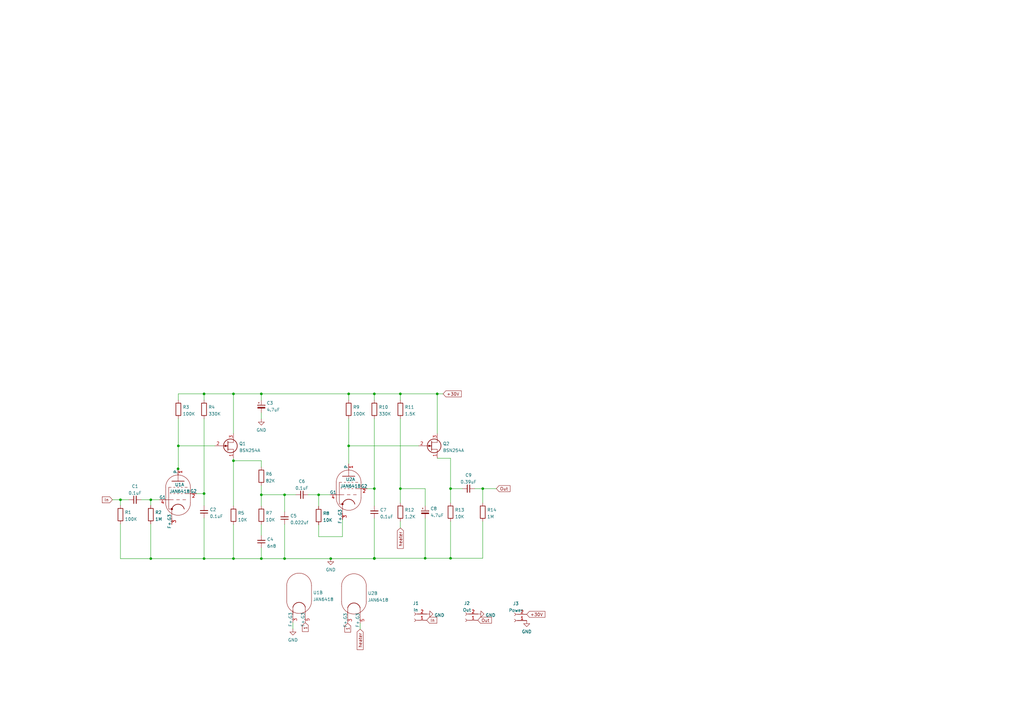
<source format=kicad_sch>
(kicad_sch (version 20211123) (generator eeschema)
  (paper "A3")
  (lib_symbols
    (symbol "Connector:Conn_01x02_Female" (pin_names (offset 1.016) hide)
      (property "Reference" "J" (at 0 2.54 0))
      (property "Value" "Conn_01x02_Female" (at 0 -5.08 0))
      (symbol "Conn_01x02_Female_1_1"
        (arc (start 0 -2.032) (mid -0.508 -2.54) (end 0 -3.048) (stroke (width 0.1524)))
        (polyline (pts (xy -1.27 -2.54) (xy -0.508 -2.54)) (stroke (width 0.1524)))
        (polyline (pts (xy -1.27 0) (xy -0.508 0)) (stroke (width 0.1524)))
        (arc (start 0 0.508) (mid -0.508 0) (end 0 -0.508) (stroke (width 0.1524)))
        (pin passive line (at -5.08 0 0) (length 3.81) (name "Pin_1") (number "1"))
        (pin passive line (at -5.08 -2.54 0) (length 3.81) (name "Pin_2") (number "2"))
      )
    )
    (symbol "Device:C_Polarized_Small" (pin_numbers hide) (pin_names (offset 0.254) hide)
      (property "Reference" "C" (at 0.254 1.778 0))
      (property "Value" "C_Polarized_Small" (at 0.254 -2.032 0))
      (symbol "C_Polarized_Small_0_1"
        (rectangle (start -1.524 -0.3048) (end 1.524 -0.6858) (fill (type outline)))
        (rectangle (start -1.524 0.6858) (end 1.524 0.3048))
        (polyline (pts (xy -1.27 1.524) (xy -0.762 1.524)))
        (polyline (pts (xy -1.016 1.27) (xy -1.016 1.778)))
      )
      (symbol "C_Polarized_Small_1_1"
        (pin passive line (at 0 2.54 270) (length 1.8542) (name "~") (number "1"))
        (pin passive line (at 0 -2.54 90) (length 1.8542) (name "~") (number "2"))
      )
    )
    (symbol "Device:C_Small" (pin_numbers hide) (pin_names (offset 0.254) hide)
      (property "Reference" "C" (at 0.254 1.778 0))
      (property "Value" "C_Small" (at 0.254 -2.032 0))
      (symbol "C_Small_0_1"
        (polyline (pts (xy -1.524 -0.508) (xy 1.524 -0.508)) (stroke (width 0.3302)))
        (polyline (pts (xy -1.524 0.508) (xy 1.524 0.508)) (stroke (width 0.3048)))
      )
      (symbol "C_Small_1_1"
        (pin passive line (at 0 2.54 270) (length 2.032) (name "~") (number "1"))
        (pin passive line (at 0 -2.54 90) (length 2.032) (name "~") (number "2"))
      )
    )
    (symbol "Device:R" (pin_numbers hide) (pin_names (offset 0))
      (property "Reference" "R" (at 2.032 0 90))
      (property "Value" "R" (at 0 0 90))
      (symbol "R_0_1"
        (rectangle (start -1.016 -2.54) (end 1.016 2.54) (stroke (width 0.254)))
      )
      (symbol "R_1_1"
        (pin passive line (at 0 3.81 270) (length 1.27) (name "~") (number "1"))
        (pin passive line (at 0 -3.81 90) (length 1.27) (name "~") (number "2"))
      )
    )
    (symbol "Transistor_FET:BF244B" (pin_names hide)
      (property "Reference" "Q" (at 5.08 1.905 0))
      (property "Value" "BF244B" (at 5.08 0 0))
      (symbol "BF244B_0_1"
        (polyline (pts (xy 0.254 0) (xy -2.54 0)))
        (polyline (pts (xy 0.254 1.905) (xy 0.254 -1.905)) (stroke (width 0.254)))
        (polyline (pts (xy 2.54 -2.54) (xy 2.54 -1.397) (xy 0.254 -1.397)))
        (polyline (pts (xy 2.54 2.54) (xy 2.54 1.397) (xy 0.254 1.397)))
        (polyline (pts (xy 0 0) (xy -1.016 0.381) (xy -1.016 -0.381) (xy 0 0)) (fill (type outline)))
        (circle (center 1.27 0) (radius 2.8194) (stroke (width 0.254)))
      )
      (symbol "BF244B_1_1"
        (pin passive line (at 2.54 5.08 270) (length 2.54) (name "D") (number "1"))
        (pin input line (at -5.08 0 0) (length 2.54) (name "G") (number "2"))
        (pin passive line (at 2.54 -5.08 90) (length 2.54) (name "S") (number "3"))
      )
    )
    (symbol "Valve:JAN6418" (pin_names (offset 0))
      (property "Reference" "U" (at 6.096 10.16 0))
      (property "Value" "JAN6418" (at 8.128 8.382 0))
      (symbol "JAN6418_0_1"
        (arc (start -5.08 -1.27) (mid 0 -6.35) (end 5.08 -1.27))
        (polyline (pts (xy -2.54 -7.62) (xy -2.54 -3.81)))
        (polyline (pts (xy -5.08 5.08) (xy -5.08 -1.27) (xy -5.08 -1.27)))
        (polyline (pts (xy 5.08 -1.27) (xy 5.08 5.08) (xy 5.08 5.08)))
        (arc (start 2.54 -3.81) (mid 0 -1.8268) (end -2.54 -3.81) (stroke (width 0.254)))
        (arc (start 5.08 5.08) (mid 0 10.16) (end -5.08 5.08))
        (pin power_in line (at -2.54 -10.16 90) (length 2.54) (name "F+,G3") (number "3"))
      )
      (symbol "JAN6418_1_0"
        (polyline (pts (xy -5.08 0) (xy -3.175 0)))
        (polyline (pts (xy -0.635 0) (xy 0.635 0)) (stroke (width 0.1524)))
        (polyline (pts (xy 0 7.62) (xy 0 10.16)))
        (polyline (pts (xy 1.905 0) (xy 3.175 0)) (stroke (width 0.1524)))
        (polyline (pts (xy 3.175 2.54) (xy 5.08 2.54)))
      )
      (symbol "JAN6418_1_1"
        (circle (center -2.54 -3.81) (radius 0.3556) (fill (type outline)))
        (polyline (pts (xy -3.81 5.08) (xy -2.794 5.08)) (stroke (width 0.1524)))
        (polyline (pts (xy -3.175 2.54) (xy -2.794 2.54)) (stroke (width 0.1524)))
        (polyline (pts (xy -1.905 0) (xy -3.175 0)) (stroke (width 0.1524)))
        (polyline (pts (xy -1.8542 2.54) (xy -1.2192 2.54)) (stroke (width 0.1524)))
        (polyline (pts (xy -1.8542 5.08) (xy -1.2192 5.08)) (stroke (width 0.1524)))
        (polyline (pts (xy -0.3302 2.54) (xy 0.3302 2.54)) (stroke (width 0.1524)))
        (polyline (pts (xy -0.3302 5.08) (xy 0.3302 5.08)) (stroke (width 0.1524)))
        (polyline (pts (xy 1.2192 2.54) (xy 1.8542 2.54)) (stroke (width 0.1524)))
        (polyline (pts (xy 1.2192 5.08) (xy 1.8542 5.08)) (stroke (width 0.1524)))
        (polyline (pts (xy 2.794 2.54) (xy 3.175 2.54)) (stroke (width 0.1524)))
        (polyline (pts (xy 3.81 5.08) (xy 2.794 5.08)) (stroke (width 0.1524)))
        (polyline (pts (xy -3.81 5.08) (xy -3.81 -3.81) (xy -2.54 -3.81)))
        (polyline (pts (xy -2.54 7.62) (xy 2.54 7.62) (xy 2.54 7.62)) (stroke (width 0.254)))
        (pin output line (at 0 12.7 270) (length 2.54) (name "P") (number "1"))
        (pin input line (at 7.62 2.54 180) (length 2.54) (name "G2") (number "2"))
        (pin input line (at -7.62 0 0) (length 2.54) (name "G1") (number "4"))
      )
      (symbol "JAN6418_2_1"
        (polyline (pts (xy 2.54 -7.62) (xy 2.54 -3.81)))
        (polyline (pts (xy -2.54 -6.858) (xy -2.54 -5.08) (xy -2.54 -5.08)))
        (pin power_in line (at 2.54 -10.16 90) (length 2.54) (name "F+,G3") (number "5"))
      )
    )
    (symbol "power:GND" (power) (pin_names (offset 0))
      (property "Value" "GND" (at 0 -3.81 0))
      (symbol "GND_0_1"
        (polyline (pts (xy 0 0) (xy 0 -1.27) (xy 1.27 -1.27) (xy 0 -2.54) (xy -1.27 -1.27) (xy 0 -1.27)))
      )
      (symbol "GND_1_1"
        (pin power_in line (at 0 0 270) (length 0) hide (name "GND") (number "1"))
      )
    )
  )
  (junction (at 107.188 161.544))
  (junction (at 83.693 229.108))
  (junction (at 179.324 161.544))
  (junction (at 116.713 202.946))
  (junction (at 153.543 161.544))
  (junction (at 143.002 161.544))
  (junction (at 153.543 229.108))
  (junction (at 130.683 202.946))
  (junction (at 164.211 161.544))
  (junction (at 135.636 229.108))
  (junction (at 107.188 202.946))
  (junction (at 184.785 228.981))
  (junction (at 153.543 200.406))
  (junction (at 153.543 228.981))
  (junction (at 61.849 229.108))
  (junction (at 95.758 188.976))
  (junction (at 107.188 229.108))
  (junction (at 197.993 200.406))
  (junction (at 95.758 229.108))
  (junction (at 95.758 161.544))
  (junction (at 143.002 182.88))
  (junction (at 49.403 204.978))
  (junction (at 73.152 182.88))
  (junction (at 164.211 200.406))
  (junction (at 174.371 228.981))
  (junction (at 61.849 204.978))
  (junction (at 83.693 202.438))
  (junction (at 73.025 192.278))
  (junction (at 116.713 229.108))
  (junction (at 83.693 161.544))
  (junction (at 184.785 200.406))
  (wire (pts (xy 197.993 213.868) (xy 197.993 228.981)))
  (wire (pts (xy 140.462 220.091) (xy 140.462 213.106)))
  (wire (pts (xy 95.758 188.976) (xy 95.758 207.518)))
  (wire (pts (xy 164.211 213.868) (xy 164.211 216.535)))
  (wire (pts (xy 73.152 182.88) (xy 73.152 192.278)))
  (wire (pts (xy 73.152 164.084) (xy 73.152 161.544)))
  (wire (pts (xy 107.188 164.211) (xy 107.188 161.544)))
  (wire (pts (xy 73.152 192.278) (xy 73.025 192.278)))
  (wire (pts (xy 73.152 161.544) (xy 83.693 161.544)))
  (wire (pts (xy 107.188 215.138) (xy 107.188 219.583)))
  (wire (pts (xy 107.188 202.946) (xy 107.188 207.518)))
  (wire (pts (xy 194.691 200.406) (xy 197.993 200.406)))
  (wire (pts (xy 46.101 204.978) (xy 49.403 204.978)))
  (wire (pts (xy 107.188 224.663) (xy 107.188 229.108)))
  (wire (pts (xy 197.993 200.406) (xy 203.581 200.406)))
  (wire (pts (xy 184.785 213.868) (xy 184.785 228.981)))
  (wire (pts (xy 73.152 182.88) (xy 88.138 182.88)))
  (wire (pts (xy 95.758 187.96) (xy 95.758 188.976)))
  (wire (pts (xy 83.693 202.438) (xy 83.693 207.391)))
  (wire (pts (xy 197.993 200.406) (xy 197.993 206.248)))
  (wire (pts (xy 61.849 204.978) (xy 61.849 207.264)))
  (wire (pts (xy 174.371 200.406) (xy 164.211 200.406)))
  (wire (pts (xy 153.543 164.084) (xy 153.543 161.544)))
  (wire (pts (xy 184.785 200.406) (xy 184.785 206.248)))
  (wire (pts (xy 130.683 215.265) (xy 130.683 220.091)))
  (wire (pts (xy 61.849 229.108) (xy 83.693 229.108)))
  (wire (pts (xy 83.693 229.108) (xy 83.693 212.471)))
  (wire (pts (xy 49.403 204.978) (xy 52.832 204.978)))
  (wire (pts (xy 83.693 161.544) (xy 83.693 164.084)))
  (wire (pts (xy 73.152 171.704) (xy 73.152 182.88)))
  (wire (pts (xy 107.188 169.291) (xy 107.188 171.831)))
  (wire (pts (xy 95.758 161.544) (xy 83.693 161.544)))
  (wire (pts (xy 126.365 202.946) (xy 130.683 202.946)))
  (wire (pts (xy 153.543 171.704) (xy 153.543 200.406)))
  (wire (pts (xy 116.713 202.946) (xy 107.188 202.946)))
  (wire (pts (xy 164.211 200.406) (xy 164.211 206.248)))
  (wire (pts (xy 95.758 229.108) (xy 83.693 229.108)))
  (wire (pts (xy 153.543 200.406) (xy 150.622 200.406)))
  (wire (pts (xy 164.211 161.544) (xy 153.543 161.544)))
  (wire (pts (xy 143.002 171.704) (xy 143.002 182.88)))
  (wire (pts (xy 179.324 161.544) (xy 181.737 161.544)))
  (wire (pts (xy 130.683 202.946) (xy 135.382 202.946)))
  (wire (pts (xy 153.543 161.544) (xy 143.002 161.544)))
  (wire (pts (xy 107.188 191.516) (xy 107.188 188.976)))
  (wire (pts (xy 107.188 229.108) (xy 95.758 229.108)))
  (wire (pts (xy 143.002 164.084) (xy 143.002 161.544)))
  (wire (pts (xy 164.211 161.544) (xy 179.324 161.544)))
  (wire (pts (xy 153.543 229.108) (xy 135.636 229.108)))
  (wire (pts (xy 164.211 164.084) (xy 164.211 161.544)))
  (wire (pts (xy 120.142 255.397) (xy 120.142 257.937)))
  (wire (pts (xy 179.324 187.96) (xy 184.785 187.96)))
  (wire (pts (xy 95.758 177.8) (xy 95.758 161.544)))
  (wire (pts (xy 116.713 215.011) (xy 116.713 229.108)))
  (wire (pts (xy 95.758 215.138) (xy 95.758 229.108)))
  (wire (pts (xy 49.403 204.978) (xy 49.403 207.264)))
  (wire (pts (xy 107.188 161.544) (xy 95.758 161.544)))
  (wire (pts (xy 61.849 204.978) (xy 65.405 204.978)))
  (wire (pts (xy 107.188 199.136) (xy 107.188 202.946)))
  (wire (pts (xy 49.403 214.884) (xy 49.403 229.108)))
  (wire (pts (xy 184.785 200.406) (xy 189.611 200.406)))
  (wire (pts (xy 184.785 228.981) (xy 174.371 228.981)))
  (wire (pts (xy 164.211 171.704) (xy 164.211 200.406)))
  (wire (pts (xy 153.543 228.981) (xy 153.543 229.108)))
  (wire (pts (xy 130.683 202.946) (xy 130.683 207.645)))
  (wire (pts (xy 130.683 220.091) (xy 140.462 220.091)))
  (wire (pts (xy 143.002 161.544) (xy 107.188 161.544)))
  (wire (pts (xy 57.912 204.978) (xy 61.849 204.978)))
  (wire (pts (xy 184.785 187.96) (xy 184.785 200.406)))
  (wire (pts (xy 174.371 207.518) (xy 174.371 200.406)))
  (wire (pts (xy 116.713 229.108) (xy 107.188 229.108)))
  (wire (pts (xy 174.371 212.598) (xy 174.371 228.981)))
  (wire (pts (xy 107.188 188.976) (xy 95.758 188.976)))
  (wire (pts (xy 153.543 200.406) (xy 153.543 207.518)))
  (wire (pts (xy 143.002 182.88) (xy 171.704 182.88)))
  (wire (pts (xy 147.701 255.651) (xy 147.701 258.064)))
  (wire (pts (xy 49.403 229.108) (xy 61.849 229.108)))
  (wire (pts (xy 179.324 177.8) (xy 179.324 161.544)))
  (wire (pts (xy 116.713 202.946) (xy 121.285 202.946)))
  (wire (pts (xy 116.713 209.931) (xy 116.713 202.946)))
  (wire (pts (xy 197.993 228.981) (xy 184.785 228.981)))
  (wire (pts (xy 143.002 182.88) (xy 143.002 190.246)))
  (wire (pts (xy 135.636 229.108) (xy 116.713 229.108)))
  (wire (pts (xy 174.371 228.981) (xy 153.543 228.981)))
  (wire (pts (xy 61.849 214.884) (xy 61.849 229.108)))
  (wire (pts (xy 83.693 171.704) (xy 83.693 202.438)))
  (wire (pts (xy 153.543 212.598) (xy 153.543 228.981)))
  (wire (pts (xy 80.645 202.438) (xy 83.693 202.438)))
  (global_label "heater" (shape input) (at 164.211 216.535 270) (property "Intersheet References" "${INTERSHEET_REFS}" (effects hide)))
  (global_label "1" (shape input) (at 125.222 255.397 270) (property "Intersheet References" "${INTERSHEET_REFS}" (effects hide)))
  (global_label "1" (shape input) (at 142.621 255.651 270) (property "Intersheet References" "${INTERSHEET_REFS}" (effects hide)))
  (global_label "Out" (shape input) (at 195.961 254.381 0) (property "Intersheet References" "${INTERSHEET_REFS}" (effects hide)))
  (global_label "In" (shape input) (at 175.006 254.381 0) (property "Intersheet References" "${INTERSHEET_REFS}" (effects hide)))
  (global_label "heater" (shape input) (at 147.701 258.064 270) (property "Intersheet References" "${INTERSHEET_REFS}" (effects hide)))
  (global_label "In" (shape input) (at 46.101 204.978 180) (property "Intersheet References" "${INTERSHEET_REFS}" (effects hide)))
  (global_label "+30V" (shape input) (at 181.737 161.544 0) (property "Intersheet References" "${INTERSHEET_REFS}" (effects hide)))
  (global_label "+30V" (shape input) (at 216.027 251.968 0) (property "Intersheet References" "${INTERSHEET_REFS}" (effects hide)))
  (global_label "Out" (shape input) (at 203.581 200.406 0) (property "Intersheet References" "${INTERSHEET_REFS}" (effects hide)))
  (symbol (lib_id "Device:R") (at 107.188 211.328 0) (unit 1)
    (property "Reference" "R7" (at 108.966 210.4195 0) (effects (justify left)))
    (property "Value" "10K" (at 108.966 213.1946 0) (effects (justify left)))
    (property "Footprint" "Resistor_THT:R_Axial_DIN0207_L6.3mm_D2.5mm_P10.16mm_Horizontal" (effects hide))
  )
  (symbol (lib_id "Connector:Conn_01x02_Female") (at 210.947 254.508 180) (unit 1)
    (property "Reference" "J3" (at 211.582 247.5443 0))
    (property "Value" "Power" (at 211.582 250.3194 0))
    (property "Footprint" "TerminalBlock_TE-Connectivity:TerminalBlock_TE_282834-2_1x02_P2.54mm_Horizontal" (effects hide))
  )
  (symbol (lib_id "Connector:Conn_01x02_Female") (at 190.881 254.381 180) (unit 1)
    (property "Reference" "J2" (at 191.516 247.4173 0))
    (property "Value" "Out" (at 191.516 250.1924 0))
    (property "Footprint" "Custom Library:RCA PANEL 2PIN FOOTPRINT" (effects hide))
  )
  (symbol (lib_id "Device:C_Small") (at 153.543 210.058 180) (unit 1)
    (property "Reference" "C7" (at 155.8671 209.1431 0) (effects (justify right)))
    (property "Value" "0.1uF" (at 155.8671 211.9182 0) (effects (justify right)))
    (property "Footprint" "Capacitor_THT:C_Rect_L10.0mm_W2.5mm_P7.50mm_MKS4" (effects hide))
  )
  (symbol (lib_id "Valve:JAN6418") (at 73.025 204.978 0) (unit 1)
    (property "Reference" "U1" (at 73.66 198.755 0))
    (property "Value" "JAN6418" (at 73.66 201.5301 0))
    (property "Footprint" "Valve:Valve_Mini_Pentode_Linear" (effects hide))
    (property "Datasheet" "https://frank.pocnet.net/sheets/127/6/6418.pdf" (effects hide))
  )
  (symbol (lib_id "Device:C_Small") (at 83.693 209.931 180) (unit 1)
    (property "Reference" "C2" (at 86.0171 209.0161 0) (effects (justify right)))
    (property "Value" "0.1uF" (at 86.0171 211.7912 0) (effects (justify right)))
    (property "Footprint" "Capacitor_THT:C_Rect_L10.0mm_W2.5mm_P7.50mm_MKS4" (effects hide))
  )
  (symbol (lib_id "Device:R") (at 197.993 210.058 0) (unit 1)
    (property "Reference" "R14" (at 199.771 209.1495 0) (effects (justify left)))
    (property "Value" "1M" (at 199.771 211.9246 0) (effects (justify left)))
    (property "Footprint" "Resistor_THT:R_Axial_DIN0207_L6.3mm_D2.5mm_P10.16mm_Horizontal" (effects hide))
  )
  (symbol (lib_id "Device:C_Small") (at 192.151 200.406 270) (unit 1)
    (property "Reference" "C9" (at 192.1446 194.8774 90))
    (property "Value" "0.39uF" (at 192.1446 197.6525 90))
    (property "Footprint" "Capacitor_THT:C_Rect_L10.0mm_W2.5mm_P7.50mm_MKS4" (effects hide))
  )
  (symbol (lib_id "Connector:Conn_01x02_Female") (at 169.926 254.381 180) (unit 1)
    (property "Reference" "J1" (at 170.561 247.4173 0))
    (property "Value" "In" (at 170.561 250.1924 0))
    (property "Footprint" "Custom Library:RCA PANEL 2PIN FOOTPRINT" (effects hide))
  )
  (symbol (lib_id "power:GND") (at 216.027 254.508 0) (unit 1)
    (property "Reference" "#PWR0104" (effects hide))
    (property "Value" "GND" (at 216.027 259.0705 0))
  )
  (symbol (lib_id "Device:C_Small") (at 107.188 222.123 180) (unit 1)
    (property "Reference" "C4" (at 109.5121 221.2081 0) (effects (justify right)))
    (property "Value" "6n8" (at 109.5121 223.9832 0) (effects (justify right)))
    (property "Footprint" "Capacitor_THT:C_Rect_L10.0mm_W2.5mm_P7.50mm_MKS4" (effects hide))
  )
  (symbol (lib_id "Device:R") (at 164.211 210.058 0) (unit 1)
    (property "Reference" "R12" (at 165.989 209.1495 0) (effects (justify left)))
    (property "Value" "1.2K" (at 165.989 211.9246 0) (effects (justify left)))
    (property "Footprint" "Resistor_THT:R_Axial_DIN0207_L6.3mm_D2.5mm_P10.16mm_Horizontal" (effects hide))
  )
  (symbol (lib_id "power:GND") (at 135.636 229.108 0) (unit 1)
    (property "Reference" "#PWR0101" (effects hide))
    (property "Value" "GND" (at 135.636 233.6705 0))
  )
  (symbol (lib_id "power:GND") (at 120.142 257.937 0) (unit 1)
    (property "Reference" "#PWR0103" (effects hide))
    (property "Value" "GND" (at 120.142 262.4995 0))
  )
  (symbol (lib_id "Device:C_Polarized_Small") (at 174.371 210.058 0) (unit 1)
    (property "Reference" "C8" (at 176.53 208.6034 0) (effects (justify left)))
    (property "Value" "4.7uF" (at 176.53 211.3785 0) (effects (justify left)))
    (property "Footprint" "Capacitor_THT:CP_Radial_D5.0mm_P2.50mm" (effects hide))
  )
  (symbol (lib_id "Valve:JAN6418") (at 122.682 245.237 0) (unit 2)
    (property "Reference" "U1" (at 128.397 243.0585 0) (effects (justify left)))
    (property "Value" "JAN6418" (at 128.397 245.8336 0) (effects (justify left)))
    (property "Footprint" "Valve:Valve_Mini_Pentode_Linear" (effects hide))
    (property "Datasheet" "https://frank.pocnet.net/sheets/127/6/6418.pdf" (effects hide))
  )
  (symbol (lib_id "Device:R") (at 143.002 167.894 0) (unit 1)
    (property "Reference" "R9" (at 144.78 166.9855 0) (effects (justify left)))
    (property "Value" "100K" (at 144.78 169.7606 0) (effects (justify left)))
    (property "Footprint" "Resistor_THT:R_Axial_DIN0207_L6.3mm_D2.5mm_P10.16mm_Horizontal" (effects hide))
  )
  (symbol (lib_id "Device:C_Polarized_Small") (at 107.188 166.751 0) (unit 1)
    (property "Reference" "C3" (at 109.347 165.2964 0) (effects (justify left)))
    (property "Value" "4.7uF" (at 109.347 168.0715 0) (effects (justify left)))
    (property "Footprint" "Capacitor_THT:CP_Radial_D5.0mm_P2.50mm" (effects hide))
  )
  (symbol (lib_id "Device:C_Small") (at 123.825 202.946 270) (unit 1)
    (property "Reference" "C6" (at 123.8186 197.4174 90))
    (property "Value" "0.1uF" (at 123.8186 200.1925 90))
    (property "Footprint" "Capacitor_THT:C_Rect_L10.0mm_W2.5mm_P7.50mm_MKS4" (effects hide))
  )
  (symbol (lib_id "Device:R") (at 130.683 211.455 0) (unit 1)
    (property "Reference" "R8" (at 132.461 210.5465 0) (effects (justify left)))
    (property "Value" "10K" (at 132.461 213.3216 0) (effects (justify left)))
    (property "Footprint" "Resistor_THT:R_Axial_DIN0207_L6.3mm_D2.5mm_P10.16mm_Horizontal" (effects hide))
  )
  (symbol (lib_id "Device:C_Small") (at 116.713 212.471 180) (unit 1)
    (property "Reference" "C5" (at 119.0371 211.5561 0) (effects (justify right)))
    (property "Value" "0.022uf" (at 119.0371 214.3312 0) (effects (justify right)))
    (property "Footprint" "Capacitor_THT:C_Rect_L10.0mm_W2.5mm_P7.50mm_MKS4" (effects hide))
  )
  (symbol (lib_id "Device:R") (at 49.403 211.074 0) (unit 1)
    (property "Reference" "R1" (at 51.181 210.1655 0) (effects (justify left)))
    (property "Value" "100K" (at 51.181 212.9406 0) (effects (justify left)))
    (property "Footprint" "Resistor_THT:R_Axial_DIN0207_L6.3mm_D2.5mm_P10.16mm_Horizontal" (effects hide))
  )
  (symbol (lib_id "Device:R") (at 73.152 167.894 0) (unit 1)
    (property "Reference" "R3" (at 74.93 166.9855 0) (effects (justify left)))
    (property "Value" "100K" (at 74.93 169.7606 0) (effects (justify left)))
    (property "Footprint" "Resistor_THT:R_Axial_DIN0207_L6.3mm_D2.5mm_P10.16mm_Horizontal" (effects hide))
  )
  (symbol (lib_id "power:GND") (at 107.188 171.831 0) (unit 1)
    (property "Reference" "#PWR0102" (effects hide))
    (property "Value" "GND" (at 107.188 176.3935 0))
  )
  (symbol (lib_id "Device:R") (at 83.693 167.894 0) (unit 1)
    (property "Reference" "R4" (at 85.471 166.9855 0) (effects (justify left)))
    (property "Value" "330K" (at 85.471 169.7606 0) (effects (justify left)))
    (property "Footprint" "Resistor_THT:R_Axial_DIN0207_L6.3mm_D2.5mm_P10.16mm_Horizontal" (effects hide))
  )
  (symbol (lib_id "Valve:JAN6418") (at 143.002 202.946 0) (unit 1)
    (property "Reference" "U2" (at 143.764 196.596 0))
    (property "Value" "JAN6418" (at 143.764 199.3711 0))
    (property "Footprint" "Valve:Valve_Mini_Pentode_Linear" (effects hide))
    (property "Datasheet" "https://frank.pocnet.net/sheets/127/6/6418.pdf" (effects hide))
  )
  (symbol (lib_id "Transistor_FET:BF244B") (at 93.218 182.88 0) (mirror x) (unit 1)
    (property "Reference" "Q1" (at 98.0694 181.9715 0) (effects (justify left)))
    (property "Value" "BSN254A" (at 98.0694 184.7466 0) (effects (justify left)))
    (property "Footprint" "Package_TO_SOT_THT:TO-92_Inline" (effects hide))
    (property "Datasheet" "https://media.digikey.com/pdf/Data%20Sheets/Fairchild%20PDFs/BF244x.pdf" (effects hide))
  )
  (symbol (lib_id "Valve:JAN6418") (at 145.161 245.491 0) (unit 2)
    (property "Reference" "U2" (at 150.876 243.3125 0) (effects (justify left)))
    (property "Value" "JAN6418" (at 150.876 246.0876 0) (effects (justify left)))
    (property "Footprint" "Valve:Valve_Mini_Pentode_Linear" (effects hide))
    (property "Datasheet" "https://frank.pocnet.net/sheets/127/6/6418.pdf" (effects hide))
  )
  (symbol (lib_id "Transistor_FET:BF244B") (at 176.784 182.88 0) (mirror x) (unit 1)
    (property "Reference" "Q2" (at 181.6354 181.9715 0) (effects (justify left)))
    (property "Value" "BSN254A" (at 181.6354 184.7466 0) (effects (justify left)))
    (property "Footprint" "Package_TO_SOT_THT:TO-92_Inline" (effects hide))
    (property "Datasheet" "https://media.digikey.com/pdf/Data%20Sheets/Fairchild%20PDFs/BF244x.pdf" (effects hide))
  )
  (symbol (lib_id "Device:R") (at 184.785 210.058 0) (unit 1)
    (property "Reference" "R13" (at 186.563 209.1495 0) (effects (justify left)))
    (property "Value" "10K" (at 186.563 211.9246 0) (effects (justify left)))
    (property "Footprint" "Resistor_THT:R_Axial_DIN0207_L6.3mm_D2.5mm_P10.16mm_Horizontal" (effects hide))
  )
  (symbol (lib_id "Device:R") (at 61.849 211.074 0) (unit 1)
    (property "Reference" "R2" (at 63.627 210.1655 0) (effects (justify left)))
    (property "Value" "1M" (at 63.627 212.9406 0) (effects (justify left)))
    (property "Footprint" "Resistor_THT:R_Axial_DIN0207_L6.3mm_D2.5mm_P10.16mm_Horizontal" (effects hide))
  )
  (symbol (lib_id "Device:R") (at 107.188 195.326 0) (unit 1)
    (property "Reference" "R6" (at 108.966 194.4175 0) (effects (justify left)))
    (property "Value" "82K" (at 108.966 197.1926 0) (effects (justify left)))
    (property "Footprint" "Resistor_THT:R_Axial_DIN0207_L6.3mm_D2.5mm_P10.16mm_Horizontal" (effects hide))
  )
  (symbol (lib_id "Device:R") (at 95.758 211.328 0) (unit 1)
    (property "Reference" "R5" (at 97.536 210.4195 0) (effects (justify left)))
    (property "Value" "10K" (at 97.536 213.1946 0) (effects (justify left)))
    (property "Footprint" "Resistor_THT:R_Axial_DIN0207_L6.3mm_D2.5mm_P10.16mm_Horizontal" (effects hide))
  )
  (symbol (lib_id "Device:R") (at 153.543 167.894 0) (unit 1)
    (property "Reference" "R10" (at 155.321 166.9855 0) (effects (justify left)))
    (property "Value" "330K" (at 155.321 169.7606 0) (effects (justify left)))
    (property "Footprint" "Resistor_THT:R_Axial_DIN0207_L6.3mm_D2.5mm_P10.16mm_Horizontal" (effects hide))
  )
  (symbol (lib_id "Device:C_Small") (at 55.372 204.978 90) (unit 1)
    (property "Reference" "C1" (at 55.3783 199.4494 90))
    (property "Value" "0.1uF" (at 55.3783 202.2245 90))
    (property "Footprint" "Capacitor_THT:C_Rect_L10.0mm_W2.5mm_P7.50mm_MKS4" (effects hide))
  )
  (symbol (lib_id "power:GND") (at 195.961 251.841 90) (unit 1)
    (property "Reference" "#PWR0106" (effects hide))
    (property "Value" "GND" (at 199.136 252.32 90) (effects (justify right)))
  )
  (symbol (lib_id "Device:R") (at 164.211 167.894 0) (unit 1)
    (property "Reference" "R11" (at 165.989 166.9855 0) (effects (justify left)))
    (property "Value" "1.5K" (at 165.989 169.7606 0) (effects (justify left)))
    (property "Footprint" "Resistor_THT:R_Axial_DIN0207_L6.3mm_D2.5mm_P10.16mm_Horizontal" (effects hide))
  )
  (symbol (lib_id "power:GND") (at 175.006 251.841 90) (unit 1)
    (property "Reference" "#PWR0105" (effects hide))
    (property "Value" "GND" (at 178.181 252.32 90) (effects (justify right)))
  )
)
</source>
